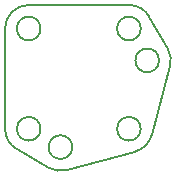
<source format=gm1>
G04 #@! TF.GenerationSoftware,KiCad,Pcbnew,7.0.7*
G04 #@! TF.CreationDate,2024-01-02T23:41:36-05:00*
G04 #@! TF.ProjectId,O12encoder,4f313265-6e63-46f6-9465-722e6b696361,1*
G04 #@! TF.SameCoordinates,Original*
G04 #@! TF.FileFunction,Profile,NP*
%FSLAX46Y46*%
G04 Gerber Fmt 4.6, Leading zero omitted, Abs format (unit mm)*
G04 Created by KiCad (PCBNEW 7.0.7) date 2024-01-02 23:41:36*
%MOMM*%
%LPD*%
G01*
G04 APERTURE LIST*
G04 #@! TA.AperFunction,Profile*
%ADD10C,0.150000*%
G04 #@! TD*
G04 APERTURE END LIST*
D10*
X47447089Y-57527601D02*
G75*
G03*
X48964724Y-57727406I1000011J1732101D01*
G01*
X46757359Y-54242641D02*
G75*
G03*
X46757359Y-54242641I-1000000J0D01*
G01*
X45757359Y-43757359D02*
G75*
G03*
X43757359Y-45757359I41J-2000041D01*
G01*
X48964724Y-57727407D02*
X54760279Y-56174492D01*
X56795555Y-48447086D02*
G75*
G03*
X56795555Y-48447086I-1000000J0D01*
G01*
X55242641Y-54242641D02*
G75*
G03*
X55242641Y-54242641I-1000000J0D01*
G01*
X43757345Y-54242641D02*
G75*
G03*
X44757359Y-55974691I2000055J41D01*
G01*
X56174492Y-54760279D02*
X57727407Y-48964724D01*
X55974722Y-44757341D02*
G75*
G03*
X54242641Y-43757359I-1732122J-1000159D01*
G01*
X46757359Y-45757359D02*
G75*
G03*
X46757359Y-45757359I-1000000J0D01*
G01*
X57727431Y-48964730D02*
G75*
G03*
X57527605Y-47447086I-1931731J517630D01*
G01*
X49447086Y-55795555D02*
G75*
G03*
X49447086Y-55795555I-1000000J0D01*
G01*
X55242641Y-45757359D02*
G75*
G03*
X55242641Y-45757359I-1000000J0D01*
G01*
X54242641Y-43757359D02*
X45757359Y-43757359D01*
X57527606Y-47447086D02*
X55974691Y-44757359D01*
X44757359Y-55974691D02*
X47447086Y-57527606D01*
X43757359Y-45757359D02*
X43757359Y-54242641D01*
X54760279Y-56174491D02*
G75*
G03*
X56174491Y-54760279I-517679J1931891D01*
G01*
M02*

</source>
